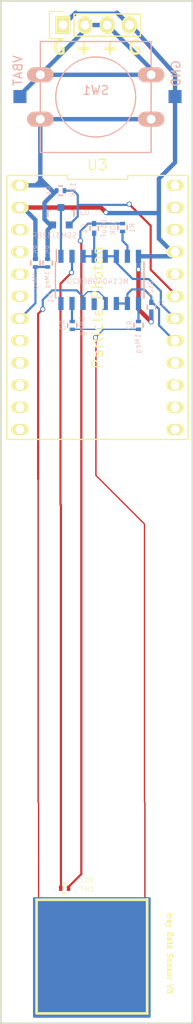
<source format=kicad_pcb>
(kicad_pcb (version 4) (host pcbnew 4.0.1-stable)

  (general
    (links 36)
    (no_connects 0)
    (area 123.470599 62.637599 145.566201 179.780001)
    (thickness 1.6)
    (drawings 25)
    (tracks 191)
    (zones 0)
    (modules 16)
    (nets 36)
  )

  (page A4)
  (layers
    (0 F.Cu signal)
    (1 In1.Cu signal)
    (2 In2.Cu signal)
    (31 B.Cu signal)
    (32 B.Adhes user)
    (33 F.Adhes user)
    (34 B.Paste user)
    (35 F.Paste user)
    (36 B.SilkS user)
    (37 F.SilkS user)
    (38 B.Mask user)
    (39 F.Mask user)
    (40 Dwgs.User user)
    (41 Cmts.User user)
    (42 Eco1.User user)
    (43 Eco2.User user)
    (44 Edge.Cuts user)
    (45 Margin user)
    (46 B.CrtYd user)
    (47 F.CrtYd user)
    (48 B.Fab user)
    (49 F.Fab user)
  )

  (setup
    (last_trace_width 0.25)
    (trace_clearance 0.2)
    (zone_clearance 0.508)
    (zone_45_only yes)
    (trace_min 0.1524)
    (segment_width 0.2)
    (edge_width 0.15)
    (via_size 0.6)
    (via_drill 0.4)
    (via_min_size 0.4)
    (via_min_drill 0.3)
    (uvia_size 0.3)
    (uvia_drill 0.1)
    (uvias_allowed no)
    (uvia_min_size 0.2)
    (uvia_min_drill 0.1)
    (pcb_text_width 0.3)
    (pcb_text_size 1.5 1.5)
    (mod_edge_width 0.15)
    (mod_text_size 0.254 0.254)
    (mod_text_width 0.05)
    (pad_size 1.524 1.524)
    (pad_drill 0.762)
    (pad_to_mask_clearance 0.2)
    (aux_axis_origin 0 0)
    (visible_elements 7FFFFFFF)
    (pcbplotparams
      (layerselection 0x010f0_80000001)
      (usegerberextensions true)
      (excludeedgelayer true)
      (linewidth 0.100000)
      (plotframeref false)
      (viasonmask false)
      (mode 1)
      (useauxorigin false)
      (hpglpennumber 1)
      (hpglpenspeed 20)
      (hpglpendiameter 15)
      (hpglpenoverlay 2)
      (psnegative false)
      (psa4output false)
      (plotreference true)
      (plotvalue true)
      (plotinvisibletext false)
      (padsonsilk false)
      (subtractmaskfromsilk false)
      (outputformat 1)
      (mirror false)
      (drillshape 0)
      (scaleselection 1)
      (outputdirectory C:/Users/rch0012/Dropbox/haybale/haybale_v3/v3_gerbers/))
  )

  (net 0 "")
  (net 1 "Net-(C1-Pad1)")
  (net 2 "Net-(C1-Pad2)")
  (net 3 VDD)
  (net 4 GND)
  (net 5 "Net-(R1-Pad1)")
  (net 6 "Net-(TH1-Pad1)")
  (net 7 "Net-(U1-Pad13)")
  (net 8 "Net-(U1-Pad16)")
  (net 9 "Net-(R2-Pad1)")
  (net 10 "Net-(R3-Pad1)")
  (net 11 /Cap2)
  (net 12 /Cap1)
  (net 13 "Net-(U1-Pad1)")
  (net 14 "Net-(P2-Pad1)")
  (net 15 "Net-(U3-Pad24)")
  (net 16 "Net-(U3-Pad23)")
  (net 17 "Net-(U3-Pad22)")
  (net 18 "Net-(U3-Pad3)")
  (net 19 "Net-(U3-Pad4)")
  (net 20 "Net-(U3-Pad20)")
  (net 21 "Net-(U3-Pad5)")
  (net 22 "Net-(U3-Pad6)")
  (net 23 "Net-(U3-Pad8)")
  (net 24 "Net-(U3-Pad16)")
  (net 25 "Net-(U3-Pad9)")
  (net 26 "Net-(U3-Pad10)")
  (net 27 "Net-(U3-Pad11)")
  (net 28 "Net-(U3-Pad12)")
  (net 29 "Net-(R4-Pad1)")
  (net 30 "Net-(U1-Pad5)")
  (net 31 "Net-(U3-Pad15)")
  (net 32 "Net-(U3-Pad14)")
  (net 33 "Net-(U3-Pad13)")
  (net 34 "Net-(C2-Pad2)")
  (net 35 "Net-(R5-Pad1)")

  (net_class Default "This is the default net class."
    (clearance 0.2)
    (trace_width 0.25)
    (via_dia 0.6)
    (via_drill 0.4)
    (uvia_dia 0.3)
    (uvia_drill 0.1)
    (add_net "Net-(C1-Pad1)")
    (add_net "Net-(C1-Pad2)")
    (add_net "Net-(C2-Pad2)")
    (add_net "Net-(R1-Pad1)")
    (add_net "Net-(R2-Pad1)")
    (add_net "Net-(R3-Pad1)")
    (add_net "Net-(R4-Pad1)")
    (add_net "Net-(R5-Pad1)")
    (add_net "Net-(TH1-Pad1)")
    (add_net "Net-(U1-Pad1)")
    (add_net "Net-(U1-Pad13)")
    (add_net "Net-(U1-Pad16)")
    (add_net "Net-(U1-Pad5)")
    (add_net "Net-(U3-Pad10)")
    (add_net "Net-(U3-Pad11)")
    (add_net "Net-(U3-Pad12)")
    (add_net "Net-(U3-Pad13)")
    (add_net "Net-(U3-Pad14)")
    (add_net "Net-(U3-Pad15)")
    (add_net "Net-(U3-Pad16)")
    (add_net "Net-(U3-Pad20)")
    (add_net "Net-(U3-Pad22)")
    (add_net "Net-(U3-Pad23)")
    (add_net "Net-(U3-Pad24)")
    (add_net "Net-(U3-Pad3)")
    (add_net "Net-(U3-Pad4)")
    (add_net "Net-(U3-Pad5)")
    (add_net "Net-(U3-Pad6)")
    (add_net "Net-(U3-Pad8)")
    (add_net "Net-(U3-Pad9)")
  )

  (net_class cap ""
    (clearance 0.2)
    (trace_width 0.1524)
    (via_dia 0.6)
    (via_drill 0.4)
    (uvia_dia 0.3)
    (uvia_drill 0.1)
    (add_net /Cap1)
    (add_net /Cap2)
  )

  (net_class power ""
    (clearance 0.2)
    (trace_width 0.5)
    (via_dia 0.6)
    (via_drill 0.4)
    (uvia_dia 0.3)
    (uvia_drill 0.1)
    (add_net GND)
    (add_net "Net-(P2-Pad1)")
    (add_net VDD)
  )

  (module Buttons_Switches_ThroughHole:SW_PUSH-12mm (layer B.Cu) (tedit 57F2B175) (tstamp 57E19D5E)
    (at 134.4168 73.7108 180)
    (path /57E1BF97)
    (fp_text reference SW1 (at 0 0.762 180) (layer B.SilkS)
      (effects (font (size 1 1) (thickness 0.15)) (justify mirror))
    )
    (fp_text value SPST (at 0 -1.016 180) (layer B.Fab)
      (effects (font (size 1 1) (thickness 0.15)) (justify mirror))
    )
    (fp_circle (center 0 0) (end 3.81 -2.54) (layer B.SilkS) (width 0.15))
    (fp_line (start -6.35 6.35) (end 6.35 6.35) (layer B.SilkS) (width 0.15))
    (fp_line (start 6.35 6.35) (end 6.35 -6.35) (layer B.SilkS) (width 0.15))
    (fp_line (start 6.35 -6.35) (end -6.35 -6.35) (layer B.SilkS) (width 0.15))
    (fp_line (start -6.35 -6.35) (end -6.35 6.35) (layer B.SilkS) (width 0.15))
    (pad 1 thru_hole oval (at 6.35 2.54 180) (size 3.048 1.7272) (drill 1.016) (layers *.Cu *.Mask B.SilkS)
      (net 14 "Net-(P2-Pad1)"))
    (pad 2 thru_hole oval (at 6.35 -2.54 180) (size 3.048 1.7272) (drill 1.016) (layers *.Cu *.Mask B.SilkS)
      (net 3 VDD))
    (pad 1 thru_hole oval (at -6.35 2.54 180) (size 3.048 1.7272) (drill 1.016) (layers *.Cu *.Mask B.SilkS)
      (net 14 "Net-(P2-Pad1)"))
    (pad 2 thru_hole oval (at -6.35 -2.54 180) (size 3.048 1.7272) (drill 1.016) (layers *.Cu *.Mask B.SilkS)
      (net 3 VDD))
    (model Buttons_Switches_ThroughHole.3dshapes/SW_PUSH-12mm.wrl
      (at (xyz 0 0 0))
      (scale (xyz 4 4 4))
      (rotate (xyz 0 0 0))
    )
  )

  (module Capacitors_SMD:C_0402 (layer B.Cu) (tedit 579104C2) (tstamp 578FC9FB)
    (at 134.239 88.7476 90)
    (descr "Capacitor SMD 0402, reflow soldering, AVX (see smccp.pdf)")
    (tags "capacitor 0402")
    (path /57680C98)
    (attr smd)
    (fp_text reference C1 (at -0.02594 -1.13248 90) (layer B.SilkS)
      (effects (font (size 0.6 0.6) (thickness 0.05)) (justify mirror))
    )
    (fp_text value .01uF (at 0.10106 1.08494 90) (layer B.SilkS)
      (effects (font (size 0.6 0.6) (thickness 0.05)) (justify mirror))
    )
    (fp_line (start -1.15 0.6) (end 1.15 0.6) (layer B.CrtYd) (width 0.05))
    (fp_line (start -1.15 -0.6) (end 1.15 -0.6) (layer B.CrtYd) (width 0.05))
    (fp_line (start -1.15 0.6) (end -1.15 -0.6) (layer B.CrtYd) (width 0.05))
    (fp_line (start 1.15 0.6) (end 1.15 -0.6) (layer B.CrtYd) (width 0.05))
    (fp_line (start 0.25 0.475) (end -0.25 0.475) (layer B.SilkS) (width 0.15))
    (fp_line (start -0.25 -0.475) (end 0.25 -0.475) (layer B.SilkS) (width 0.15))
    (pad 1 smd rect (at -0.55 0 90) (size 0.6 0.5) (layers B.Cu B.Paste B.Mask)
      (net 1 "Net-(C1-Pad1)"))
    (pad 2 smd rect (at 0.55 0 90) (size 0.6 0.5) (layers B.Cu B.Paste B.Mask)
      (net 2 "Net-(C1-Pad2)"))
    (model Capacitors_SMD.3dshapes/C_0402.wrl
      (at (xyz 0 0 0))
      (scale (xyz 1 1 1))
      (rotate (xyz 0 0 0))
    )
  )

  (module Resistors_SMD:R_0402 (layer B.Cu) (tedit 579104C8) (tstamp 578FCA2E)
    (at 137.4902 88.646 90)
    (descr "Resistor SMD 0402, reflow soldering, Vishay (see dcrcw.pdf)")
    (tags "resistor 0402")
    (path /57680AF4)
    (attr smd)
    (fp_text reference R1 (at -0.06022 1.1097 90) (layer B.SilkS)
      (effects (font (size 0.6 0.6) (thickness 0.05)) (justify mirror))
    )
    (fp_text value 10K (at -0.03736 -1.09502 90) (layer B.SilkS)
      (effects (font (size 0.6 0.6) (thickness 0.05)) (justify mirror))
    )
    (fp_line (start -0.95 0.65) (end 0.95 0.65) (layer B.CrtYd) (width 0.05))
    (fp_line (start -0.95 -0.65) (end 0.95 -0.65) (layer B.CrtYd) (width 0.05))
    (fp_line (start -0.95 0.65) (end -0.95 -0.65) (layer B.CrtYd) (width 0.05))
    (fp_line (start 0.95 0.65) (end 0.95 -0.65) (layer B.CrtYd) (width 0.05))
    (fp_line (start 0.25 0.525) (end -0.25 0.525) (layer B.SilkS) (width 0.15))
    (fp_line (start -0.25 -0.525) (end 0.25 -0.525) (layer B.SilkS) (width 0.15))
    (pad 1 smd rect (at -0.45 0 90) (size 0.4 0.6) (layers B.Cu B.Paste B.Mask)
      (net 5 "Net-(R1-Pad1)"))
    (pad 2 smd rect (at 0.45 0 90) (size 0.4 0.6) (layers B.Cu B.Paste B.Mask)
      (net 2 "Net-(C1-Pad2)"))
    (model Resistors_SMD.3dshapes/R_0402.wrl
      (at (xyz 0 0 0))
      (scale (xyz 1 1 1))
      (rotate (xyz 0 0 0))
    )
  )

  (module Resistors_SMD:R_0402 (layer F.Cu) (tedit 57E1A1E4) (tstamp 578FCA3A)
    (at 130.8608 164.2618)
    (descr "Resistor SMD 0402, reflow soldering, Vishay (see dcrcw.pdf)")
    (tags "resistor 0402")
    (path /57680BD3)
    (attr smd)
    (fp_text reference TH1 (at 2.58 0.09) (layer F.SilkS)
      (effects (font (size 0.6 0.6) (thickness 0.05)))
    )
    (fp_text value 10K (at 2.5654 -0.9398) (layer F.SilkS)
      (effects (font (size 0.6 0.6) (thickness 0.05)))
    )
    (fp_line (start -0.95 -0.65) (end 0.95 -0.65) (layer F.CrtYd) (width 0.05))
    (fp_line (start -0.95 0.65) (end 0.95 0.65) (layer F.CrtYd) (width 0.05))
    (fp_line (start -0.95 -0.65) (end -0.95 0.65) (layer F.CrtYd) (width 0.05))
    (fp_line (start 0.95 -0.65) (end 0.95 0.65) (layer F.CrtYd) (width 0.05))
    (fp_line (start 0.25 -0.525) (end -0.25 -0.525) (layer F.SilkS) (width 0.15))
    (fp_line (start -0.25 0.525) (end 0.25 0.525) (layer F.SilkS) (width 0.15))
    (pad 1 smd rect (at -0.45 0) (size 0.4 0.6) (layers F.Cu F.Paste F.Mask)
      (net 6 "Net-(TH1-Pad1)"))
    (pad 2 smd rect (at 0.45 0) (size 0.4 0.6) (layers F.Cu F.Paste F.Mask)
      (net 2 "Net-(C1-Pad2)"))
    (model Resistors_SMD.3dshapes/R_0402.wrl
      (at (xyz 0 0 0))
      (scale (xyz 1 1 1))
      (rotate (xyz 0 0 0))
    )
  )

  (module Housings_SOIC:SOIC-16_3.9x9.9mm_Pitch1.27mm (layer B.Cu) (tedit 5792410E) (tstamp 578FCA59)
    (at 134.874 94.6404 270)
    (descr "16-Lead Plastic Small Outline (SL) - Narrow, 3.90 mm Body [SOIC] (see Microchip Packaging Specification 00000049BS.pdf)")
    (tags "SOIC 1.27")
    (path /576815FB)
    (attr smd)
    (fp_text reference U1 (at 2.0778 5.659 270) (layer B.SilkS)
      (effects (font (size 0.6 0.6) (thickness 0.05)) (justify mirror))
    )
    (fp_text value MC14049BDR2G (at 0.17 0.22 360) (layer B.SilkS)
      (effects (font (size 0.6 0.6) (thickness 0.05)) (justify mirror))
    )
    (fp_line (start -3.7 5.25) (end -3.7 -5.25) (layer B.CrtYd) (width 0.05))
    (fp_line (start 3.7 5.25) (end 3.7 -5.25) (layer B.CrtYd) (width 0.05))
    (fp_line (start -3.7 5.25) (end 3.7 5.25) (layer B.CrtYd) (width 0.05))
    (fp_line (start -3.7 -5.25) (end 3.7 -5.25) (layer B.CrtYd) (width 0.05))
    (fp_line (start -2.075 5.075) (end -2.075 4.97) (layer B.SilkS) (width 0.15))
    (fp_line (start 2.075 5.075) (end 2.075 4.97) (layer B.SilkS) (width 0.15))
    (fp_line (start 2.075 -5.075) (end 2.075 -4.97) (layer B.SilkS) (width 0.15))
    (fp_line (start -2.075 -5.075) (end -2.075 -4.97) (layer B.SilkS) (width 0.15))
    (fp_line (start -2.075 5.075) (end 2.075 5.075) (layer B.SilkS) (width 0.15))
    (fp_line (start -2.075 -5.075) (end 2.075 -5.075) (layer B.SilkS) (width 0.15))
    (fp_line (start -2.075 4.97) (end -3.45 4.97) (layer B.SilkS) (width 0.15))
    (pad 1 smd rect (at -2.7 4.445 270) (size 1.5 0.6) (layers B.Cu B.Paste B.Mask)
      (net 13 "Net-(U1-Pad1)"))
    (pad 2 smd rect (at -2.7 3.175 270) (size 1.5 0.6) (layers B.Cu B.Paste B.Mask)
      (net 6 "Net-(TH1-Pad1)"))
    (pad 3 smd rect (at -2.7 1.905 270) (size 1.5 0.6) (layers B.Cu B.Paste B.Mask)
      (net 1 "Net-(C1-Pad1)"))
    (pad 4 smd rect (at -2.7 0.635 270) (size 1.5 0.6) (layers B.Cu B.Paste B.Mask)
      (net 1 "Net-(C1-Pad1)"))
    (pad 5 smd rect (at -2.7 -0.635 270) (size 1.5 0.6) (layers B.Cu B.Paste B.Mask)
      (net 30 "Net-(U1-Pad5)"))
    (pad 6 smd rect (at -2.7 -1.905 270) (size 1.5 0.6) (layers B.Cu B.Paste B.Mask)
      (net 30 "Net-(U1-Pad5)"))
    (pad 7 smd rect (at -2.7 -3.175 270) (size 1.5 0.6) (layers B.Cu B.Paste B.Mask)
      (net 5 "Net-(R1-Pad1)"))
    (pad 8 smd rect (at -2.7 -4.445 270) (size 1.5 0.6) (layers B.Cu B.Paste B.Mask)
      (net 4 GND))
    (pad 9 smd rect (at 2.7 -4.445 270) (size 1.5 0.6) (layers B.Cu B.Paste B.Mask)
      (net 9 "Net-(R2-Pad1)"))
    (pad 10 smd rect (at 2.7 -3.175 270) (size 1.5 0.6) (layers B.Cu B.Paste B.Mask)
      (net 34 "Net-(C2-Pad2)"))
    (pad 11 smd rect (at 2.7 -1.905 270) (size 1.5 0.6) (layers B.Cu B.Paste B.Mask)
      (net 34 "Net-(C2-Pad2)"))
    (pad 12 smd rect (at 2.7 -0.635 270) (size 1.5 0.6) (layers B.Cu B.Paste B.Mask)
      (net 12 /Cap1))
    (pad 13 smd rect (at 2.7 0.635 270) (size 1.5 0.6) (layers B.Cu B.Paste B.Mask)
      (net 7 "Net-(U1-Pad13)"))
    (pad 14 smd rect (at 2.7 1.905 270) (size 1.5 0.6) (layers B.Cu B.Paste B.Mask)
      (net 12 /Cap1))
    (pad 15 smd rect (at 2.7 3.175 270) (size 1.5 0.6) (layers B.Cu B.Paste B.Mask)
      (net 10 "Net-(R3-Pad1)"))
    (pad 16 smd rect (at 2.7 4.445 270) (size 1.5 0.6) (layers B.Cu B.Paste B.Mask)
      (net 8 "Net-(U1-Pad16)"))
    (model Housings_SOIC.3dshapes/SOIC-16_3.9x9.9mm_Pitch1.27mm.wrl
      (at (xyz 0 0 0))
      (scale (xyz 1 1 1))
      (rotate (xyz 0 0 0))
    )
  )

  (module Resistors_SMD:R_0402 (layer B.Cu) (tedit 57F2AF4C) (tstamp 578FE397)
    (at 139.319 99.8474 270)
    (descr "Resistor SMD 0402, reflow soldering, Vishay (see dcrcw.pdf)")
    (tags "resistor 0402")
    (path /578FDCAE)
    (attr smd)
    (fp_text reference R2 (at 0.01024 1.0077 270) (layer B.SilkS)
      (effects (font (size 0.6 0.6) (thickness 0.05)) (justify mirror))
    )
    (fp_text value 1Meg (at 2.0828 0.0762 270) (layer B.SilkS)
      (effects (font (size 0.6 0.6) (thickness 0.05)) (justify mirror))
    )
    (fp_line (start -0.95 0.65) (end 0.95 0.65) (layer B.CrtYd) (width 0.05))
    (fp_line (start -0.95 -0.65) (end 0.95 -0.65) (layer B.CrtYd) (width 0.05))
    (fp_line (start -0.95 0.65) (end -0.95 -0.65) (layer B.CrtYd) (width 0.05))
    (fp_line (start 0.95 0.65) (end 0.95 -0.65) (layer B.CrtYd) (width 0.05))
    (fp_line (start 0.25 0.525) (end -0.25 0.525) (layer B.SilkS) (width 0.15))
    (fp_line (start -0.25 -0.525) (end 0.25 -0.525) (layer B.SilkS) (width 0.15))
    (pad 1 smd rect (at -0.45 0 270) (size 0.4 0.6) (layers B.Cu B.Paste B.Mask)
      (net 9 "Net-(R2-Pad1)"))
    (pad 2 smd rect (at 0.45 0 270) (size 0.4 0.6) (layers B.Cu B.Paste B.Mask)
      (net 11 /Cap2))
    (model Resistors_SMD.3dshapes/R_0402.wrl
      (at (xyz 0 0 0))
      (scale (xyz 1 1 1))
      (rotate (xyz 0 0 0))
    )
  )

  (module Resistors_SMD:R_0402 (layer B.Cu) (tedit 579104DE) (tstamp 578FE3A3)
    (at 131.7244 99.8474 270)
    (descr "Resistor SMD 0402, reflow soldering, Vishay (see dcrcw.pdf)")
    (tags "resistor 0402")
    (path /578FDE91)
    (attr smd)
    (fp_text reference R3 (at -0.04564 1.08152 270) (layer B.SilkS)
      (effects (font (size 0.6 0.6) (thickness 0.05)) (justify mirror))
    )
    (fp_text value 1Meg (at 0.05596 -1.10034 270) (layer B.SilkS)
      (effects (font (size 0.6 0.6) (thickness 0.05)) (justify mirror))
    )
    (fp_line (start -0.95 0.65) (end 0.95 0.65) (layer B.CrtYd) (width 0.05))
    (fp_line (start -0.95 -0.65) (end 0.95 -0.65) (layer B.CrtYd) (width 0.05))
    (fp_line (start -0.95 0.65) (end -0.95 -0.65) (layer B.CrtYd) (width 0.05))
    (fp_line (start 0.95 0.65) (end 0.95 -0.65) (layer B.CrtYd) (width 0.05))
    (fp_line (start 0.25 0.525) (end -0.25 0.525) (layer B.SilkS) (width 0.15))
    (fp_line (start -0.25 -0.525) (end 0.25 -0.525) (layer B.SilkS) (width 0.15))
    (pad 1 smd rect (at -0.45 0 270) (size 0.4 0.6) (layers B.Cu B.Paste B.Mask)
      (net 10 "Net-(R3-Pad1)"))
    (pad 2 smd rect (at 0.45 0 270) (size 0.4 0.6) (layers B.Cu B.Paste B.Mask)
      (net 11 /Cap2))
    (model Resistors_SMD.3dshapes/R_0402.wrl
      (at (xyz 0 0 0))
      (scale (xyz 1 1 1))
      (rotate (xyz 0 0 0))
    )
  )

  (module Resistors_SMD:R_0402 (layer B.Cu) (tedit 579103E8) (tstamp 5791006C)
    (at 130.3782 84.4296 180)
    (descr "Resistor SMD 0402, reflow soldering, Vishay (see dcrcw.pdf)")
    (tags "resistor 0402")
    (path /579103C3)
    (attr smd)
    (fp_text reference R4 (at 1.30048 -0.02032 270) (layer B.SilkS)
      (effects (font (size 0.6 0.6) (thickness 0.05)) (justify mirror))
    )
    (fp_text value 10K (at -1.46304 0.1016 270) (layer B.SilkS)
      (effects (font (size 0.6 0.6) (thickness 0.05)) (justify mirror))
    )
    (fp_line (start -0.95 0.65) (end 0.95 0.65) (layer B.CrtYd) (width 0.05))
    (fp_line (start -0.95 -0.65) (end 0.95 -0.65) (layer B.CrtYd) (width 0.05))
    (fp_line (start -0.95 0.65) (end -0.95 -0.65) (layer B.CrtYd) (width 0.05))
    (fp_line (start 0.95 0.65) (end 0.95 -0.65) (layer B.CrtYd) (width 0.05))
    (fp_line (start 0.25 0.525) (end -0.25 0.525) (layer B.SilkS) (width 0.15))
    (fp_line (start -0.25 -0.525) (end 0.25 -0.525) (layer B.SilkS) (width 0.15))
    (pad 1 smd rect (at -0.45 0 180) (size 0.4 0.6) (layers B.Cu B.Paste B.Mask)
      (net 29 "Net-(R4-Pad1)"))
    (pad 2 smd rect (at 0.45 0 180) (size 0.4 0.6) (layers B.Cu B.Paste B.Mask)
      (net 3 VDD))
    (model Resistors_SMD.3dshapes/R_0402.wrl
      (at (xyz 0 0 0))
      (scale (xyz 1 1 1))
      (rotate (xyz 0 0 0))
    )
  )

  (module TO_SOT_Packages_SMD:SOT-23 (layer B.Cu) (tedit 57F2C003) (tstamp 57910073)
    (at 130.429 87.3506 180)
    (descr "SOT-23, Standard")
    (tags SOT-23)
    (path /579101BF)
    (attr smd)
    (fp_text reference U2 (at -2.6924 0.4318 180) (layer B.SilkS)
      (effects (font (size 0.6 0.6) (thickness 0.05)) (justify mirror))
    )
    (fp_text value SSM3J328R (at 0.7366 -2.2098 360) (layer B.SilkS)
      (effects (font (size 0.6 0.6) (thickness 0.05)) (justify mirror))
    )
    (fp_line (start -1.65 1.6) (end 1.65 1.6) (layer B.CrtYd) (width 0.05))
    (fp_line (start 1.65 1.6) (end 1.65 -1.6) (layer B.CrtYd) (width 0.05))
    (fp_line (start 1.65 -1.6) (end -1.65 -1.6) (layer B.CrtYd) (width 0.05))
    (fp_line (start -1.65 -1.6) (end -1.65 1.6) (layer B.CrtYd) (width 0.05))
    (fp_line (start 1.29916 0.65024) (end 1.2509 0.65024) (layer B.SilkS) (width 0.15))
    (fp_line (start -1.49982 -0.0508) (end -1.49982 0.65024) (layer B.SilkS) (width 0.15))
    (fp_line (start -1.49982 0.65024) (end -1.2509 0.65024) (layer B.SilkS) (width 0.15))
    (fp_line (start 1.29916 0.65024) (end 1.49982 0.65024) (layer B.SilkS) (width 0.15))
    (fp_line (start 1.49982 0.65024) (end 1.49982 -0.0508) (layer B.SilkS) (width 0.15))
    (pad 1 smd rect (at -0.95 -1.00076 180) (size 0.8001 0.8001) (layers B.Cu B.Paste B.Mask)
      (net 29 "Net-(R4-Pad1)"))
    (pad 2 smd rect (at 0.95 -1.00076 180) (size 0.8001 0.8001) (layers B.Cu B.Paste B.Mask)
      (net 3 VDD))
    (pad 3 smd rect (at 0 0.99822 180) (size 0.8001 0.8001) (layers B.Cu B.Paste B.Mask)
      (net 13 "Net-(U1-Pad1)"))
    (model TO_SOT_Packages_SMD.3dshapes/SOT-23.wrl
      (at (xyz 0 0 0))
      (scale (xyz 1 1 1))
      (rotate (xyz 0 0 0))
    )
  )

  (module Pin_Headers:Pin_Header_Straight_1x04 (layer F.Cu) (tedit 57F2B2CE) (tstamp 57E2B42A)
    (at 130.6576 65.4812 90)
    (descr "Through hole pin header")
    (tags "pin header")
    (path /57E2BA98)
    (fp_text reference P5 (at 0.0762 0.127 90) (layer F.Fab)
      (effects (font (size 1 1) (thickness 0.15)))
    )
    (fp_text value CONN_01X04 (at 0.9398 -4.3688 180) (layer F.Fab)
      (effects (font (size 0.508 0.508) (thickness 0.127)))
    )
    (fp_line (start -1.75 -1.75) (end -1.75 9.4) (layer F.CrtYd) (width 0.05))
    (fp_line (start 1.75 -1.75) (end 1.75 9.4) (layer F.CrtYd) (width 0.05))
    (fp_line (start -1.75 -1.75) (end 1.75 -1.75) (layer F.CrtYd) (width 0.05))
    (fp_line (start -1.75 9.4) (end 1.75 9.4) (layer F.CrtYd) (width 0.05))
    (fp_line (start -1.27 1.27) (end -1.27 8.89) (layer F.SilkS) (width 0.15))
    (fp_line (start 1.27 1.27) (end 1.27 8.89) (layer F.SilkS) (width 0.15))
    (fp_line (start 1.55 -1.55) (end 1.55 0) (layer F.SilkS) (width 0.15))
    (fp_line (start -1.27 8.89) (end 1.27 8.89) (layer F.SilkS) (width 0.15))
    (fp_line (start 1.27 1.27) (end -1.27 1.27) (layer F.SilkS) (width 0.15))
    (fp_line (start -1.55 0) (end -1.55 -1.55) (layer F.SilkS) (width 0.15))
    (fp_line (start -1.55 -1.55) (end 1.55 -1.55) (layer F.SilkS) (width 0.15))
    (pad 1 thru_hole rect (at 0 0 90) (size 2.032 1.7272) (drill 1.016) (layers *.Cu *.Mask F.SilkS)
      (net 4 GND))
    (pad 2 thru_hole oval (at 0 2.54 90) (size 2.032 1.7272) (drill 1.016) (layers *.Cu *.Mask F.SilkS)
      (net 14 "Net-(P2-Pad1)"))
    (pad 3 thru_hole oval (at 0 5.08 90) (size 2.032 1.7272) (drill 1.016) (layers *.Cu *.Mask F.SilkS)
      (net 14 "Net-(P2-Pad1)"))
    (pad 4 thru_hole oval (at 0 7.62 90) (size 2.032 1.7272) (drill 1.016) (layers *.Cu *.Mask F.SilkS)
      (net 4 GND))
    (model Pin_Headers.3dshapes/Pin_Header_Straight_1x04.wrl
      (at (xyz 0 -0.15 0))
      (scale (xyz 1 1 1))
      (rotate (xyz 0 0 90))
    )
  )

  (module Capacitors_SMD:C_0402 (layer B.Cu) (tedit 57F2C023) (tstamp 57F2AC3B)
    (at 140.7922 97.7646 90)
    (descr "Capacitor SMD 0402, reflow soldering, AVX (see smccp.pdf)")
    (tags "capacitor 0402")
    (path /57F2D133)
    (attr smd)
    (fp_text reference C2 (at 0.381 1.143 90) (layer B.SilkS)
      (effects (font (size 0.508 0.508) (thickness 0.0508)) (justify mirror))
    )
    (fp_text value .01uF (at 2.2098 -0.0254 90) (layer B.SilkS)
      (effects (font (size 0.508 0.508) (thickness 0.0508)) (justify mirror))
    )
    (fp_line (start -0.5 -0.25) (end -0.5 0.25) (layer B.Fab) (width 0.15))
    (fp_line (start 0.5 -0.25) (end -0.5 -0.25) (layer B.Fab) (width 0.15))
    (fp_line (start 0.5 0.25) (end 0.5 -0.25) (layer B.Fab) (width 0.15))
    (fp_line (start -0.5 0.25) (end 0.5 0.25) (layer B.Fab) (width 0.15))
    (fp_line (start -1.15 0.6) (end 1.15 0.6) (layer B.CrtYd) (width 0.05))
    (fp_line (start -1.15 -0.6) (end 1.15 -0.6) (layer B.CrtYd) (width 0.05))
    (fp_line (start -1.15 0.6) (end -1.15 -0.6) (layer B.CrtYd) (width 0.05))
    (fp_line (start 1.15 0.6) (end 1.15 -0.6) (layer B.CrtYd) (width 0.05))
    (fp_line (start 0.25 0.475) (end -0.25 0.475) (layer B.SilkS) (width 0.15))
    (fp_line (start -0.25 -0.475) (end 0.25 -0.475) (layer B.SilkS) (width 0.15))
    (pad 1 smd rect (at -0.55 0 90) (size 0.6 0.5) (layers B.Cu B.Paste B.Mask)
      (net 4 GND))
    (pad 2 smd rect (at 0.55 0 90) (size 0.6 0.5) (layers B.Cu B.Paste B.Mask)
      (net 34 "Net-(C2-Pad2)"))
    (model Capacitors_SMD.3dshapes/C_0402.wrl
      (at (xyz 0 0 0))
      (scale (xyz 1 1 1))
      (rotate (xyz 0 0 0))
    )
  )

  (module Resistors_SMD:R_0402 (layer B.Cu) (tedit 57F2C070) (tstamp 57F2AC41)
    (at 128.905 92.71 90)
    (descr "Resistor SMD 0402, reflow soldering, Vishay (see dcrcw.pdf)")
    (tags "resistor 0402")
    (path /57F2BCEC)
    (attr smd)
    (fp_text reference R5 (at 1.5494 0.0762 90) (layer B.SilkS)
      (effects (font (size 0.508 0.508) (thickness 0.0508)) (justify mirror))
    )
    (fp_text value 1Meg (at -1.9304 -0.0762 90) (layer B.SilkS)
      (effects (font (size 0.508 0.508) (thickness 0.0508)) (justify mirror))
    )
    (fp_line (start -0.95 0.65) (end 0.95 0.65) (layer B.CrtYd) (width 0.05))
    (fp_line (start -0.95 -0.65) (end 0.95 -0.65) (layer B.CrtYd) (width 0.05))
    (fp_line (start -0.95 0.65) (end -0.95 -0.65) (layer B.CrtYd) (width 0.05))
    (fp_line (start 0.95 0.65) (end 0.95 -0.65) (layer B.CrtYd) (width 0.05))
    (fp_line (start 0.25 0.525) (end -0.25 0.525) (layer B.SilkS) (width 0.15))
    (fp_line (start -0.25 -0.525) (end 0.25 -0.525) (layer B.SilkS) (width 0.15))
    (pad 1 smd rect (at -0.45 0 90) (size 0.4 0.6) (layers B.Cu B.Paste B.Mask)
      (net 35 "Net-(R5-Pad1)"))
    (pad 2 smd rect (at 0.45 0 90) (size 0.4 0.6) (layers B.Cu B.Paste B.Mask)
      (net 3 VDD))
    (model Resistors_SMD.3dshapes/R_0402.wrl
      (at (xyz 0 0 0))
      (scale (xyz 1 1 1))
      (rotate (xyz 0 0 0))
    )
  )

  (module Resistors_SMD:R_0402 (layer B.Cu) (tedit 57F2C075) (tstamp 57F2AC47)
    (at 127.508 92.71 90)
    (descr "Resistor SMD 0402, reflow soldering, Vishay (see dcrcw.pdf)")
    (tags "resistor 0402")
    (path /57F2C1FB)
    (attr smd)
    (fp_text reference R6 (at 1.5748 0.0508 90) (layer B.SilkS)
      (effects (font (size 0.508 0.508) (thickness 0.0508)) (justify mirror))
    )
    (fp_text value 1Meg (at -2.032 -0.0762 90) (layer B.SilkS)
      (effects (font (size 0.508 0.508) (thickness 0.0508)) (justify mirror))
    )
    (fp_line (start -0.95 0.65) (end 0.95 0.65) (layer B.CrtYd) (width 0.05))
    (fp_line (start -0.95 -0.65) (end 0.95 -0.65) (layer B.CrtYd) (width 0.05))
    (fp_line (start -0.95 0.65) (end -0.95 -0.65) (layer B.CrtYd) (width 0.05))
    (fp_line (start 0.95 0.65) (end 0.95 -0.65) (layer B.CrtYd) (width 0.05))
    (fp_line (start 0.25 0.525) (end -0.25 0.525) (layer B.SilkS) (width 0.15))
    (fp_line (start -0.25 -0.525) (end 0.25 -0.525) (layer B.SilkS) (width 0.15))
    (pad 1 smd rect (at -0.45 0 90) (size 0.4 0.6) (layers B.Cu B.Paste B.Mask)
      (net 35 "Net-(R5-Pad1)"))
    (pad 2 smd rect (at 0.45 0 90) (size 0.4 0.6) (layers B.Cu B.Paste B.Mask)
      (net 4 GND))
    (model Resistors_SMD.3dshapes/R_0402.wrl
      (at (xyz 0 0 0))
      (scale (xyz 1 1 1))
      (rotate (xyz 0 0 0))
    )
  )

  (module "kicad footprints:Particle-Photon" (layer F.Cu) (tedit 57F2A788) (tstamp 57F2AEE2)
    (at 134.62 97.79 270)
    (path /57E19034)
    (fp_text reference U3 (at -16.305 0 360) (layer F.SilkS)
      (effects (font (size 1.2 1.2) (thickness 0.15)))
    )
    (fp_text value Particle_Photon (at 0 0 270) (layer F.SilkS)
      (effects (font (size 1.2 1.2) (thickness 0.15)))
    )
    (fp_line (start -15.105 10.39) (end 15.105 10.39) (layer F.SilkS) (width 0.15))
    (fp_line (start 15.105 10.39) (end 15.105 -10.39) (layer F.SilkS) (width 0.15))
    (fp_line (start 15.105 -10.39) (end -15.105 -10.39) (layer F.SilkS) (width 0.15))
    (fp_line (start -15.105 -10.39) (end -15.105 -3.463333) (layer F.SilkS) (width 0.15))
    (fp_line (start -15.105 -3.463333) (end -14.655 -3.463333) (layer F.SilkS) (width 0.15))
    (fp_line (start -14.655 -3.463333) (end -14.655 3.463333) (layer F.SilkS) (width 0.15))
    (fp_line (start -14.655 3.463333) (end -15.105 3.463333) (layer F.SilkS) (width 0.15))
    (fp_line (start -15.105 3.463333) (end -15.105 10.39) (layer F.SilkS) (width 0.15))
    (pad 24 thru_hole oval (at -13.97 -8.89 270) (size 1.27 2) (drill 1.016) (layers *.Cu *.Mask F.SilkS)
      (net 15 "Net-(U3-Pad24)"))
    (pad 1 thru_hole oval (at -13.97 8.89 270) (size 1.27 2) (drill 1.016) (layers *.Cu *.Mask F.SilkS)
      (net 3 VDD))
    (pad 23 thru_hole oval (at -11.43 -8.89 270) (size 1.27 2) (drill 1.016) (layers *.Cu *.Mask F.SilkS)
      (net 16 "Net-(U3-Pad23)"))
    (pad 2 thru_hole oval (at -11.43 8.89 270) (size 1.27 2) (drill 1.016) (layers *.Cu *.Mask F.SilkS)
      (net 4 GND))
    (pad 22 thru_hole oval (at -8.89 -8.89 270) (size 1.27 2) (drill 1.016) (layers *.Cu *.Mask F.SilkS)
      (net 17 "Net-(U3-Pad22)"))
    (pad 3 thru_hole oval (at -8.89 8.89 270) (size 1.27 2) (drill 1.016) (layers *.Cu *.Mask F.SilkS)
      (net 18 "Net-(U3-Pad3)"))
    (pad 21 thru_hole oval (at -6.35 -8.89 270) (size 1.27 2) (drill 1.016) (layers *.Cu *.Mask F.SilkS)
      (net 4 GND))
    (pad 4 thru_hole oval (at -6.35 8.89 270) (size 1.27 2) (drill 1.016) (layers *.Cu *.Mask F.SilkS)
      (net 19 "Net-(U3-Pad4)"))
    (pad 20 thru_hole oval (at -3.81 -8.89 270) (size 1.27 2) (drill 1.016) (layers *.Cu *.Mask F.SilkS)
      (net 20 "Net-(U3-Pad20)"))
    (pad 5 thru_hole oval (at -3.81 8.89 270) (size 1.27 2) (drill 1.016) (layers *.Cu *.Mask F.SilkS)
      (net 21 "Net-(U3-Pad5)"))
    (pad 19 thru_hole oval (at -1.27 -8.89 270) (size 1.27 2) (drill 1.016) (layers *.Cu *.Mask F.SilkS)
      (net 29 "Net-(R4-Pad1)"))
    (pad 6 thru_hole oval (at -1.27 8.89 270) (size 1.27 2) (drill 1.016) (layers *.Cu *.Mask F.SilkS)
      (net 22 "Net-(U3-Pad6)"))
    (pad 18 thru_hole oval (at 1.27 -8.89 270) (size 1.27 2) (drill 1.016) (layers *.Cu *.Mask F.SilkS)
      (net 30 "Net-(U1-Pad5)"))
    (pad 7 thru_hole oval (at 1.27 8.89 270) (size 1.27 2) (drill 1.016) (layers *.Cu *.Mask F.SilkS)
      (net 35 "Net-(R5-Pad1)"))
    (pad 17 thru_hole oval (at 3.81 -8.89 270) (size 1.27 2) (drill 1.016) (layers *.Cu *.Mask F.SilkS)
      (net 34 "Net-(C2-Pad2)"))
    (pad 8 thru_hole oval (at 3.81 8.89 270) (size 1.27 2) (drill 1.016) (layers *.Cu *.Mask F.SilkS)
      (net 23 "Net-(U3-Pad8)"))
    (pad 16 thru_hole oval (at 6.35 -8.89 270) (size 1.27 2) (drill 1.016) (layers *.Cu *.Mask F.SilkS)
      (net 24 "Net-(U3-Pad16)"))
    (pad 9 thru_hole oval (at 6.35 8.89 270) (size 1.27 2) (drill 1.016) (layers *.Cu *.Mask F.SilkS)
      (net 25 "Net-(U3-Pad9)"))
    (pad 15 thru_hole oval (at 8.89 -8.89 270) (size 1.27 2) (drill 1.016) (layers *.Cu *.Mask F.SilkS)
      (net 31 "Net-(U3-Pad15)"))
    (pad 10 thru_hole oval (at 8.89 8.89 270) (size 1.27 2) (drill 1.016) (layers *.Cu *.Mask F.SilkS)
      (net 26 "Net-(U3-Pad10)"))
    (pad 14 thru_hole oval (at 11.43 -8.89 270) (size 1.27 2) (drill 1.016) (layers *.Cu *.Mask F.SilkS)
      (net 32 "Net-(U3-Pad14)"))
    (pad 11 thru_hole oval (at 11.43 8.89 270) (size 1.27 2) (drill 1.016) (layers *.Cu *.Mask F.SilkS)
      (net 27 "Net-(U3-Pad11)"))
    (pad 13 thru_hole oval (at 13.97 -8.89 270) (size 1.27 2) (drill 1.016) (layers *.Cu *.Mask F.SilkS)
      (net 33 "Net-(U3-Pad13)"))
    (pad 12 thru_hole oval (at 13.97 8.89 270) (size 1.27 2) (drill 1.016) (layers *.Cu *.Mask F.SilkS)
      (net 28 "Net-(U3-Pad12)"))
  )

  (module Measurement_Points:Measurement_Point_Square-SMD-Pad_Small (layer B.Cu) (tedit 57F2BFE8) (tstamp 57F2AFBD)
    (at 125.73 73.66)
    (descr "Mesurement Point, Square, SMD Pad,  1.5mm x 1.5mm,")
    (tags "Mesurement Point Square SMD Pad 1.5x1.5mm")
    (path /57682706)
    (attr virtual)
    (fp_text reference P2 (at -0.4064 1.7018) (layer B.Fab)
      (effects (font (size 1 1) (thickness 0.15)) (justify mirror))
    )
    (fp_text value VBAT (at -0.2286 -2.9718 90) (layer B.SilkS)
      (effects (font (size 1 1) (thickness 0.15)) (justify mirror))
    )
    (fp_line (start -1 1) (end 1 1) (layer B.CrtYd) (width 0.05))
    (fp_line (start 1 1) (end 1 -1) (layer B.CrtYd) (width 0.05))
    (fp_line (start 1 -1) (end -1 -1) (layer B.CrtYd) (width 0.05))
    (fp_line (start -1 -1) (end -1 1) (layer B.CrtYd) (width 0.05))
    (pad 1 smd rect (at 0 0) (size 1.5 1.5) (layers B.Cu B.Mask)
      (net 14 "Net-(P2-Pad1)"))
  )

  (module Measurement_Points:Measurement_Point_Square-SMD-Pad_Small (layer B.Cu) (tedit 57F2BFEE) (tstamp 57F2AFC1)
    (at 143.51 73.66)
    (descr "Mesurement Point, Square, SMD Pad,  1.5mm x 1.5mm,")
    (tags "Mesurement Point Square SMD Pad 1.5x1.5mm")
    (path /5768281A)
    (attr virtual)
    (fp_text reference P3 (at 0.4318 1.778) (layer B.Fab)
      (effects (font (size 1 1) (thickness 0.15)) (justify mirror))
    )
    (fp_text value GND (at 0.1016 -2.6416 90) (layer B.SilkS)
      (effects (font (size 1 1) (thickness 0.15)) (justify mirror))
    )
    (fp_line (start -1 1) (end 1 1) (layer B.CrtYd) (width 0.05))
    (fp_line (start 1 1) (end 1 -1) (layer B.CrtYd) (width 0.05))
    (fp_line (start 1 -1) (end -1 -1) (layer B.CrtYd) (width 0.05))
    (fp_line (start -1 -1) (end -1 1) (layer B.CrtYd) (width 0.05))
    (pad 1 smd rect (at 0 0) (size 1.5 1.5) (layers B.Cu B.Mask)
      (net 4 GND))
  )

  (gr_line (start 123.5456 179.705) (end 123.5456 62.7126) (angle 90) (layer Edge.Cuts) (width 0.15))
  (gr_line (start 145.4912 179.705) (end 123.5456 179.705) (angle 90) (layer Edge.Cuts) (width 0.15))
  (gr_line (start 145.4912 62.7126) (end 145.4912 179.705) (angle 90) (layer Edge.Cuts) (width 0.15))
  (gr_line (start 123.5456 62.7126) (end 145.4912 62.7126) (angle 90) (layer Edge.Cuts) (width 0.15))
  (gr_line (start 123.5456 62.7126) (end 123.6218 62.7126) (angle 90) (layer F.SilkS) (width 0.2))
  (gr_line (start 123.5456 179.705) (end 123.5456 62.7126) (angle 90) (layer F.SilkS) (width 0.2))
  (gr_line (start 145.4912 179.705) (end 123.5456 179.705) (angle 90) (layer F.SilkS) (width 0.2))
  (gr_line (start 145.4912 62.7126) (end 145.4912 179.705) (angle 90) (layer F.SilkS) (width 0.2))
  (gr_line (start 123.5456 62.7126) (end 145.4912 62.7126) (angle 90) (layer F.SilkS) (width 0.2))
  (gr_text "G + + G" (at 134.5692 68.072) (layer F.SilkS)
    (effects (font (size 1.5 1.5) (thickness 0.3)))
  )
  (gr_line (start 140.3604 178.6382) (end 140.3604 178.1302) (angle 90) (layer F.SilkS) (width 0.2))
  (gr_line (start 140.335 178.6382) (end 140.3604 178.6382) (angle 90) (layer F.SilkS) (width 0.2))
  (gr_line (start 140.3858 178.6382) (end 140.335 178.6382) (angle 90) (layer F.SilkS) (width 0.2))
  (gr_line (start 140.2588 178.6382) (end 140.3858 178.6382) (angle 90) (layer F.SilkS) (width 0.2))
  (gr_line (start 140.2588 178.181) (end 140.2588 178.6382) (angle 90) (layer F.SilkS) (width 0.2))
  (gr_line (start 127.6858 178.5874) (end 127.6858 178.2318) (angle 90) (layer F.SilkS) (width 0.2))
  (gr_line (start 127.7366 178.5874) (end 127.6858 178.5874) (angle 90) (layer F.SilkS) (width 0.2))
  (gr_line (start 127.5842 178.5874) (end 127.7366 178.5874) (angle 90) (layer F.SilkS) (width 0.2))
  (gr_line (start 127.5842 178.2318) (end 127.5842 178.5874) (angle 90) (layer F.SilkS) (width 0.2))
  (gr_line (start 127.6604 177.8254) (end 127.6604 178.5874) (angle 90) (layer F.SilkS) (width 0.2))
  (gr_text "Hay Bale Sensor V3" (at 142.9258 171.7294 270) (layer F.SilkS)
    (effects (font (size 0.6096 0.6096) (thickness 0.1524)))
  )
  (gr_line (start 140.3122 165.5196) (end 140.3122 178.2196) (layer F.SilkS) (width 0.3048))
  (gr_line (start 140.3376 178.5752) (end 127.6376 178.5752) (layer F.SilkS) (width 0.3048))
  (gr_line (start 140.3122 165.5704) (end 127.6122 165.5704) (layer F.SilkS) (width 0.3048))
  (gr_line (start 127.6376 165.5958) (end 127.6376 178.2958) (layer F.SilkS) (width 0.3048))

  (segment (start 127.8662 166.307) (end 127.8662 173.08582) (width 0.1524) (layer F.Cu) (net 0) (tstamp 57B5C8A7))
  (segment (start 127.8662 173.08582) (end 127.8662 178.499) (width 0.1524) (layer F.Cu) (net 0) (tstamp 57B5C8A6))
  (segment (start 127.8662 178.499) (end 139.7534 178.499) (width 0.1524) (layer F.Cu) (net 0) (tstamp 57B5C8A5))
  (segment (start 127.8662 173.0126) (end 139.7534 173.0126) (width 0.1524) (layer F.Cu) (net 0) (tstamp 57B5C8A4))
  (segment (start 140.0582 166.18) (end 128.171 166.18) (width 0.1524) (layer F.Cu) (net 0) (tstamp 57B5C883))
  (segment (start 140.0582 178.0418) (end 128.171 178.0418) (width 0.1524) (layer F.Cu) (net 0) (tstamp 57B5C882))
  (segment (start 127.8662 177.5846) (end 139.7534 177.5846) (width 0.1524) (layer F.Cu) (net 0) (tstamp 57B5C881))
  (segment (start 127.8662 176.6702) (end 139.7534 176.6702) (width 0.1524) (layer F.Cu) (net 0) (tstamp 57B5C880))
  (segment (start 140.0582 176.213) (end 128.171 176.213) (width 0.1524) (layer F.Cu) (net 0) (tstamp 57B5C87F))
  (segment (start 127.8662 175.7558) (end 139.7534 175.7558) (width 0.1524) (layer F.Cu) (net 0) (tstamp 57B5C87E))
  (segment (start 140.0582 175.2986) (end 128.171 175.2986) (width 0.1524) (layer F.Cu) (net 0) (tstamp 57B5C87D))
  (segment (start 127.8662 174.8414) (end 139.7534 174.8414) (width 0.1524) (layer F.Cu) (net 0) (tstamp 57B5C87C))
  (segment (start 140.0582 174.3842) (end 128.171 174.3842) (width 0.1524) (layer F.Cu) (net 0) (tstamp 57B5C87B))
  (segment (start 127.8662 173.927) (end 139.7534 173.927) (width 0.1524) (layer F.Cu) (net 0) (tstamp 57B5C87A))
  (segment (start 140.0582 173.4698) (end 128.171 173.4698) (width 0.1524) (layer F.Cu) (net 0) (tstamp 57B5C879))
  (segment (start 140.0582 172.5554) (end 128.171 172.5554) (width 0.1524) (layer F.Cu) (net 0) (tstamp 57B5C878))
  (segment (start 127.8662 172.0982) (end 139.7534 172.0982) (width 0.1524) (layer F.Cu) (net 0) (tstamp 57B5C877))
  (segment (start 140.0582 171.641) (end 128.171 171.641) (width 0.1524) (layer F.Cu) (net 0) (tstamp 57B5C876))
  (segment (start 127.8662 171.1838) (end 139.7534 171.1838) (width 0.1524) (layer F.Cu) (net 0) (tstamp 57B5C875))
  (segment (start 140.0582 170.7266) (end 128.171 170.7266) (width 0.1524) (layer F.Cu) (net 0) (tstamp 57B5C874))
  (segment (start 127.8662 170.2694) (end 139.7534 170.2694) (width 0.1524) (layer F.Cu) (net 0) (tstamp 57B5C873))
  (segment (start 140.0582 169.8122) (end 128.171 169.8122) (width 0.1524) (layer F.Cu) (net 0) (tstamp 57B5C872))
  (segment (start 127.8662 169.355) (end 139.7534 169.355) (width 0.1524) (layer F.Cu) (net 0) (tstamp 57B5C871))
  (segment (start 140.0582 168.8978) (end 128.171 168.8978) (width 0.1524) (layer F.Cu) (net 0) (tstamp 57B5C870))
  (segment (start 127.8662 168.4406) (end 139.7534 168.4406) (width 0.1524) (layer F.Cu) (net 0) (tstamp 57B5C86F))
  (segment (start 140.0582 167.9834) (end 128.171 167.9834) (width 0.1524) (layer F.Cu) (net 0) (tstamp 57B5C86E))
  (segment (start 127.8662 167.5262) (end 139.7534 167.5262) (width 0.1524) (layer F.Cu) (net 0) (tstamp 57B5C86D))
  (segment (start 140.0582 167.069) (end 128.171 167.069) (width 0.1524) (layer F.Cu) (net 0) (tstamp 57B5C86C))
  (segment (start 140.0582 178.499) (end 140.0582 178.34864) (width 0.1524) (layer F.Cu) (net 0) (tstamp 57B5C89F))
  (segment (start 140.0582 178.34864) (end 140.0582 177.723) (width 0.1524) (layer F.Cu) (net 0) (tstamp 57B5C89E))
  (segment (start 140.0582 177.123) (end 140.0582 166.307) (width 0.1524) (layer F.Cu) (net 0) (tstamp 57B5C89D))
  (segment (start 140.0582 177.723) (end 140.0582 177.123) (width 0.1524) (layer F.Cu) (net 0) (tstamp 57B5C89C))
  (segment (start 140.0582 177.1274) (end 128.171 177.1274) (width 0.1524) (layer F.Cu) (net 0) (tstamp 57B5C89B))
  (segment (start 134.239 91.9404) (end 134.239 89.2976) (width 0.25) (layer B.Cu) (net 1))
  (segment (start 132.969 91.9404) (end 134.239 91.9404) (width 0.25) (layer B.Cu) (net 1))
  (segment (start 132.7658 115.5446) (end 132.7658 90.2716) (width 0.25) (layer F.Cu) (net 2))
  (segment (start 132.7658 115.5446) (end 132.7658 162.629) (width 0.25) (layer F.Cu) (net 2) (tstamp 57E1A223))
  (segment (start 131.2092 164.1856) (end 132.7658 162.629) (width 0.25) (layer F.Cu) (net 2) (tstamp 57E1A22A))
  (segment (start 132.7658 90.2716) (end 132.6642 90.17) (width 0.25) (layer F.Cu) (net 2) (tstamp 57E2F14B))
  (segment (start 134.239 88.1976) (end 133.5444 88.1976) (width 0.25) (layer B.Cu) (net 2))
  (segment (start 132.6642 90.17) (end 132.715 90.2208) (width 0.25) (layer F.Cu) (net 2) (tstamp 57E1A222))
  (via (at 132.6642 90.17) (size 0.6) (drill 0.4) (layers F.Cu B.Cu) (net 2))
  (segment (start 132.6642 89.0778) (end 132.6642 90.17) (width 0.25) (layer B.Cu) (net 2) (tstamp 57E1A21E))
  (segment (start 133.5444 88.1976) (end 132.6642 89.0778) (width 0.25) (layer B.Cu) (net 2) (tstamp 57E1A218))
  (segment (start 134.239 88.1976) (end 137.4886 88.1976) (width 0.25) (layer B.Cu) (net 2))
  (segment (start 137.4886 88.1976) (end 137.4902 88.196) (width 0.25) (layer B.Cu) (net 2) (tstamp 57E1A0A6))
  (segment (start 127.6858 83.82) (end 127.6858 83.7184) (width 0.5) (layer B.Cu) (net 3))
  (segment (start 128.1938 83.2104) (end 128.0668 83.2104) (width 0.5) (layer B.Cu) (net 3) (tstamp 57F2B158))
  (segment (start 127.6858 83.7184) (end 128.1938 83.2104) (width 0.5) (layer B.Cu) (net 3) (tstamp 57F2B156))
  (segment (start 125.73 83.82) (end 127.6858 83.82) (width 0.5) (layer B.Cu) (net 3))
  (segment (start 127.6858 83.82) (end 128.8034 83.82) (width 0.5) (layer B.Cu) (net 3) (tstamp 57F2B154))
  (segment (start 128.8034 83.82) (end 129.413 84.4296) (width 0.5) (layer B.Cu) (net 3) (tstamp 57F2B151))
  (segment (start 128.905 92.26) (end 128.905 88.92536) (width 0.5) (layer B.Cu) (net 3))
  (segment (start 128.905 88.92536) (end 129.479 88.35136) (width 0.5) (layer B.Cu) (net 3) (tstamp 57F2B0C2))
  (segment (start 129.479 88.35136) (end 129.19456 88.35136) (width 0.25) (layer B.Cu) (net 3))
  (segment (start 129.19456 88.35136) (end 128.5494 87.7062) (width 0.5) (layer B.Cu) (net 3) (tstamp 57E19F6A))
  (segment (start 128.5494 87.7062) (end 128.5494 85.8084) (width 0.5) (layer B.Cu) (net 3) (tstamp 57E19F6B))
  (segment (start 128.5494 85.8084) (end 129.9282 84.4296) (width 0.5) (layer B.Cu) (net 3) (tstamp 57E19F6C))
  (segment (start 128.0668 76.2508) (end 128.0668 83.2104) (width 0.5) (layer B.Cu) (net 3))
  (segment (start 128.0668 83.2104) (end 128.0668 83.0834) (width 0.5) (layer B.Cu) (net 3) (tstamp 57F2B159))
  (segment (start 128.0668 83.0834) (end 129.413 84.4296) (width 0.5) (layer B.Cu) (net 3) (tstamp 57E19F5E))
  (segment (start 129.413 84.4296) (end 129.9282 84.4296) (width 0.25) (layer B.Cu) (net 3) (tstamp 57E19F5F))
  (segment (start 128.0668 76.2508) (end 140.7668 76.2508) (width 0.5) (layer B.Cu) (net 3))
  (segment (start 140.7922 98.3146) (end 140.7922 99.4156) (width 0.5) (layer B.Cu) (net 4))
  (segment (start 139.319 93.4466) (end 139.319 91.9404) (width 0.5) (layer B.Cu) (net 4) (tstamp 57F2B14E))
  (via (at 139.319 93.4466) (size 0.6) (drill 0.4) (layers F.Cu B.Cu) (net 4))
  (segment (start 139.319 97.9932) (end 139.319 93.4466) (width 0.5) (layer F.Cu) (net 4) (tstamp 57F2B14C))
  (segment (start 140.7668 99.441) (end 139.319 97.9932) (width 0.5) (layer F.Cu) (net 4) (tstamp 57F2B14B))
  (via (at 140.7668 99.441) (size 0.6) (drill 0.4) (layers F.Cu B.Cu) (net 4))
  (segment (start 140.7922 99.4156) (end 140.7668 99.441) (width 0.5) (layer B.Cu) (net 4) (tstamp 57F2B149))
  (segment (start 139.319 91.9404) (end 143.0096 91.9404) (width 0.5) (layer B.Cu) (net 4))
  (segment (start 143.0096 91.9404) (end 143.51 91.44) (width 0.5) (layer B.Cu) (net 4) (tstamp 57F2B0D2))
  (segment (start 127.508 92.26) (end 127.508 87.7824) (width 0.5) (layer B.Cu) (net 4))
  (segment (start 127.508 87.7824) (end 126.0856 86.36) (width 0.5) (layer B.Cu) (net 4) (tstamp 57F2B0C5))
  (segment (start 126.0856 86.36) (end 125.73 86.36) (width 0.5) (layer B.Cu) (net 4) (tstamp 57F2B0C6))
  (segment (start 141.6558 86.995) (end 135.6614 86.995) (width 0.5) (layer B.Cu) (net 4))
  (segment (start 135.0264 86.36) (end 125.73 86.36) (width 0.5) (layer F.Cu) (net 4) (tstamp 57F2B0BE))
  (segment (start 135.5852 86.9188) (end 135.0264 86.36) (width 0.5) (layer F.Cu) (net 4) (tstamp 57F2B0BD))
  (via (at 135.5852 86.9188) (size 0.6) (drill 0.4) (layers F.Cu B.Cu) (net 4))
  (segment (start 135.6614 86.995) (end 135.5852 86.9188) (width 0.5) (layer B.Cu) (net 4) (tstamp 57F2B0BB))
  (segment (start 143.51 73.66) (end 143.51 81.2038) (width 0.5) (layer B.Cu) (net 4))
  (segment (start 141.6558 89.916) (end 143.1798 91.44) (width 0.5) (layer B.Cu) (net 4) (tstamp 57F2B0A1))
  (segment (start 141.6558 83.058) (end 141.6558 86.995) (width 0.5) (layer B.Cu) (net 4) (tstamp 57F2B0A0))
  (segment (start 141.6558 86.995) (end 141.6558 89.916) (width 0.5) (layer B.Cu) (net 4) (tstamp 57F2B0B9))
  (segment (start 143.51 81.2038) (end 141.6558 83.058) (width 0.5) (layer B.Cu) (net 4) (tstamp 57F2B09F))
  (segment (start 143.1798 91.44) (end 143.51 91.44) (width 0.5) (layer B.Cu) (net 4) (tstamp 57F2B0A2))
  (segment (start 130.6576 65.4812) (end 130.7084 65.4812) (width 0.5) (layer B.Cu) (net 4))
  (segment (start 130.7084 65.4812) (end 132.1308 64.0588) (width 0.5) (layer B.Cu) (net 4) (tstamp 57E2B45D))
  (segment (start 132.1308 64.0588) (end 136.8552 64.0588) (width 0.25) (layer B.Cu) (net 4) (tstamp 57E2B45E))
  (segment (start 136.8552 64.0588) (end 138.2776 65.4812) (width 0.5) (layer B.Cu) (net 4) (tstamp 57E2B460))
  (segment (start 138.2776 65.4812) (end 138.43 65.4812) (width 0.5) (layer B.Cu) (net 4))
  (segment (start 138.43 65.4812) (end 143.51 71.12) (width 0.5) (layer B.Cu) (net 4) (tstamp 57E2B458))
  (segment (start 143.51 71.12) (end 143.51 73.66) (width 0.5) (layer B.Cu) (net 4) (tstamp 57E2B459))
  (segment (start 137.4902 89.096) (end 137.4902 90.17) (width 0.25) (layer B.Cu) (net 5))
  (segment (start 138.049 90.7288) (end 138.049 91.9404) (width 0.25) (layer B.Cu) (net 5) (tstamp 57E1A0AA))
  (segment (start 137.4902 90.17) (end 138.049 90.7288) (width 0.25) (layer B.Cu) (net 5) (tstamp 57E1A0A9))
  (segment (start 130.3782 95.0722) (end 130.3782 120.3452) (width 0.25) (layer F.Cu) (net 6))
  (segment (start 131.699 93.7514) (end 131.6482 93.8022) (width 0.25) (layer B.Cu) (net 6) (tstamp 57E1A1F5))
  (via (at 131.6482 93.8022) (size 0.6) (drill 0.4) (layers F.Cu B.Cu) (net 6))
  (segment (start 131.6482 93.8022) (end 130.3782 95.0722) (width 0.25) (layer F.Cu) (net 6) (tstamp 57E1A1F8))
  (segment (start 130.429 164.0658) (end 130.429 120.396) (width 0.25) (layer F.Cu) (net 6) (tstamp 57E1A1F9))
  (segment (start 131.699 93.7514) (end 131.699 91.9404) (width 0.25) (layer B.Cu) (net 6))
  (segment (start 130.3782 120.3452) (end 130.429 120.396) (width 0.25) (layer F.Cu) (net 6) (tstamp 57E2F135))
  (segment (start 130.429 164.0658) (end 130.3092 164.1856) (width 0.25) (layer F.Cu) (net 6) (tstamp 57E1A200))
  (segment (start 139.319 99.3974) (end 139.319 97.3404) (width 0.25) (layer B.Cu) (net 9))
  (segment (start 131.699 97.3404) (end 131.699 99.372) (width 0.25) (layer B.Cu) (net 10))
  (segment (start 131.699 99.372) (end 131.7244 99.3974) (width 0.25) (layer B.Cu) (net 10) (tstamp 57E1A08C))
  (segment (start 140.0582 165.8612) (end 140.0582 165.2612) (width 0.1524) (layer F.Cu) (net 11) (tstamp 57B5C8AD))
  (segment (start 135.3384 100.2974) (end 134.3914 101.2444) (width 0.1524) (layer B.Cu) (net 11) (tstamp 57E1A253))
  (via (at 134.3914 101.2444) (size 0.6) (drill 0.4) (layers F.Cu B.Cu) (net 11))
  (segment (start 134.3914 101.2444) (end 134.4422 101.2952) (width 0.1524) (layer F.Cu) (net 11) (tstamp 57E1A257))
  (segment (start 134.4422 101.2952) (end 134.4422 117.0178) (width 0.1524) (layer F.Cu) (net 11) (tstamp 57E1A258))
  (segment (start 134.4422 117.0178) (end 140.0074 122.583) (width 0.1524) (layer F.Cu) (net 11) (tstamp 57E1A264))
  (segment (start 135.6868 100.2974) (end 135.3384 100.2974) (width 0.1524) (layer B.Cu) (net 11))
  (segment (start 140.0074 129.4516) (end 140.0074 129.30124) (width 0.1524) (layer F.Cu) (net 11) (tstamp 57B5C85A))
  (segment (start 140.0074 129.30124) (end 140.0074 128.6756) (width 0.1524) (layer F.Cu) (net 11) (tstamp 57B5C85B))
  (segment (start 140.0074 128.0756) (end 140.0074 122.583) (width 0.1524) (layer F.Cu) (net 11) (tstamp 57B5C85C))
  (segment (start 140.0074 128.6756) (end 140.0074 128.0756) (width 0.1524) (layer F.Cu) (net 11) (tstamp 57B5C85D))
  (segment (start 140.0074 154.3944) (end 140.0582 154.4452) (width 0.1524) (layer F.Cu) (net 11) (tstamp 57E2F166))
  (segment (start 140.0074 129.4516) (end 140.0074 154.3944) (width 0.1524) (layer F.Cu) (net 11))
  (segment (start 140.0582 166.48684) (end 140.0582 166.6372) (width 0.1524) (layer F.Cu) (net 11) (tstamp 57B5C8AA))
  (segment (start 140.0582 166.48684) (end 140.0582 165.8612) (width 0.1524) (layer F.Cu) (net 11) (tstamp 57B5C8AB))
  (segment (start 140.0582 165.2612) (end 140.0582 154.4452) (width 0.1524) (layer F.Cu) (net 11) (tstamp 57B5C8AC))
  (segment (start 131.7244 100.2974) (end 135.6868 100.2974) (width 0.1524) (layer B.Cu) (net 11))
  (segment (start 135.6868 100.2974) (end 139.319 100.2974) (width 0.1524) (layer B.Cu) (net 11) (tstamp 57E1A251))
  (segment (start 139.7534 166.6372) (end 127.8662 166.6372) (width 0.1524) (layer F.Cu) (net 12) (tstamp 57B5C8B2))
  (segment (start 127.8154 124.03842) (end 127.8154 117.4242) (width 0.1524) (layer F.Cu) (net 12) (tstamp 57E1A16A))
  (segment (start 127.8154 124.03842) (end 127.8154 129.4516) (width 0.1524) (layer F.Cu) (net 12) (tstamp 57B5C860))
  (segment (start 127.8154 154.3944) (end 127.8662 154.4452) (width 0.1524) (layer F.Cu) (net 12) (tstamp 57E2F156))
  (segment (start 127.8154 129.4516) (end 127.8154 154.3944) (width 0.1524) (layer F.Cu) (net 12))
  (segment (start 127.8662 154.4452) (end 127.8662 161.22402) (width 0.1524) (layer F.Cu) (net 12) (tstamp 57B5C8B0))
  (segment (start 127.8662 161.22402) (end 127.8662 166.6372) (width 0.1524) (layer F.Cu) (net 12) (tstamp 57B5C8B1))
  (segment (start 127.8662 166.6118) (end 139.7534 166.6118) (width 0.1524) (layer F.Cu) (net 12) (tstamp 57B5C8AF))
  (segment (start 128.3462 97.9932) (end 128.3462 96.9264) (width 0.25) (layer B.Cu) (net 12))
  (segment (start 132.969 96.5708) (end 132.969 97.3404) (width 0.25) (layer B.Cu) (net 12) (tstamp 57E1A1A3))
  (segment (start 132.2324 95.8342) (end 132.969 96.5708) (width 0.25) (layer B.Cu) (net 12) (tstamp 57E1A1A2))
  (segment (start 129.4384 95.8342) (end 132.2324 95.8342) (width 0.25) (layer B.Cu) (net 12) (tstamp 57E1A1A0))
  (segment (start 128.3462 96.9264) (end 129.4384 95.8342) (width 0.25) (layer B.Cu) (net 12) (tstamp 57E1A19E))
  (segment (start 127.8154 117.4242) (end 127.8154 98.524) (width 0.25) (layer F.Cu) (net 12))
  (segment (start 128.3462 97.9932) (end 128.3716 98.0186) (width 0.25) (layer B.Cu) (net 12) (tstamp 57E1A17A))
  (via (at 128.3462 97.9932) (size 0.6) (drill 0.4) (layers F.Cu B.Cu) (net 12))
  (segment (start 127.8154 98.524) (end 128.3462 97.9932) (width 0.25) (layer F.Cu) (net 12) (tstamp 57E1A16C))
  (segment (start 127.8154 117.2596) (end 127.8154 117.4242) (width 0.1524) (layer F.Cu) (net 12) (tstamp 57B5C85F))
  (segment (start 132.969 97.3404) (end 132.969 96.52) (width 0.1524) (layer B.Cu) (net 12))
  (segment (start 134.747 95.9866) (end 135.509 96.7486) (width 0.1524) (layer B.Cu) (net 12) (tstamp 57E1A099))
  (segment (start 133.5024 95.9866) (end 134.747 95.9866) (width 0.1524) (layer B.Cu) (net 12) (tstamp 57E1A098))
  (segment (start 132.969 96.52) (end 133.5024 95.9866) (width 0.1524) (layer B.Cu) (net 12) (tstamp 57E1A095))
  (segment (start 135.509 96.7486) (end 135.509 97.3404) (width 0.1524) (layer B.Cu) (net 12) (tstamp 57E1A09A))
  (segment (start 130.429 86.35238) (end 130.429 91.9404) (width 0.25) (layer B.Cu) (net 13))
  (segment (start 133.1976 65.4812) (end 133.1976 66.04) (width 0.5) (layer B.Cu) (net 14))
  (segment (start 133.1976 66.04) (end 128.0668 71.1708) (width 0.5) (layer B.Cu) (net 14) (tstamp 57E2B455))
  (segment (start 133.1976 65.4812) (end 135.7376 65.4812) (width 0.5) (layer B.Cu) (net 14))
  (segment (start 135.7376 65.4812) (end 140.7668 70.5104) (width 0.5) (layer B.Cu) (net 14) (tstamp 57E2B451))
  (segment (start 140.7668 70.5104) (end 140.7668 71.1708) (width 0.25) (layer B.Cu) (net 14) (tstamp 57E2B452))
  (segment (start 125.5776 73.66) (end 128.0668 71.1708) (width 0.5) (layer B.Cu) (net 14) (tstamp 57E19F56))
  (segment (start 128.0668 71.1708) (end 140.7668 71.1708) (width 0.5) (layer B.Cu) (net 14) (tstamp 57E19F58))
  (segment (start 143.51 96.52) (end 143.51 96.266) (width 0.25) (layer F.Cu) (net 29))
  (segment (start 143.51 96.266) (end 140.716 93.472) (width 0.25) (layer F.Cu) (net 29) (tstamp 57F2B0A6))
  (segment (start 140.716 93.472) (end 140.716 88.4428) (width 0.25) (layer F.Cu) (net 29) (tstamp 57F2B0A7))
  (segment (start 140.716 88.4428) (end 138.2522 85.979) (width 0.25) (layer F.Cu) (net 29) (tstamp 57F2B0A9))
  (via (at 138.2522 85.979) (size 0.6) (drill 0.4) (layers F.Cu B.Cu) (net 29))
  (segment (start 138.2522 85.979) (end 138.176 86.0552) (width 0.25) (layer B.Cu) (net 29) (tstamp 57F2B0AC))
  (segment (start 138.176 86.0552) (end 132.3594 86.0552) (width 0.25) (layer B.Cu) (net 29) (tstamp 57F2B0AD))
  (segment (start 132.3594 87.37096) (end 131.379 88.35136) (width 0.25) (layer B.Cu) (net 29) (tstamp 57E19F67))
  (segment (start 130.8282 84.4296) (end 131.8768 84.4296) (width 0.25) (layer B.Cu) (net 29))
  (segment (start 132.3594 84.9122) (end 132.3594 85.9282) (width 0.25) (layer B.Cu) (net 29) (tstamp 57E19F66))
  (segment (start 132.3594 85.9282) (end 132.3594 86.0552) (width 0.25) (layer B.Cu) (net 29) (tstamp 57E1A2D9))
  (segment (start 132.3594 86.0552) (end 132.3594 87.37096) (width 0.25) (layer B.Cu) (net 29) (tstamp 57F2B0B0))
  (segment (start 131.8768 84.4296) (end 132.3594 84.9122) (width 0.25) (layer B.Cu) (net 29) (tstamp 57E19F65))
  (segment (start 136.779 91.9404) (end 136.779 92.6592) (width 0.25) (layer B.Cu) (net 30))
  (segment (start 136.779 92.6592) (end 138.6586 94.5388) (width 0.25) (layer B.Cu) (net 30) (tstamp 57F2B132))
  (segment (start 141.8844 97.4344) (end 143.51 99.06) (width 0.25) (layer B.Cu) (net 30) (tstamp 57F2B139))
  (segment (start 141.8844 95.9358) (end 141.8844 97.4344) (width 0.25) (layer B.Cu) (net 30) (tstamp 57F2B137))
  (segment (start 140.4874 94.5388) (end 141.8844 95.9358) (width 0.25) (layer B.Cu) (net 30) (tstamp 57F2B135))
  (segment (start 138.6586 94.5388) (end 140.4874 94.5388) (width 0.25) (layer B.Cu) (net 30) (tstamp 57F2B133))
  (segment (start 135.509 91.9404) (end 136.779 91.9404) (width 0.25) (layer B.Cu) (net 30))
  (segment (start 140.7922 97.2146) (end 140.9026 97.2146) (width 0.25) (layer B.Cu) (net 34))
  (segment (start 140.9026 97.2146) (end 141.6812 97.9932) (width 0.25) (layer B.Cu) (net 34) (tstamp 57F2B143))
  (segment (start 141.6812 99.8474) (end 143.4338 101.6) (width 0.25) (layer B.Cu) (net 34) (tstamp 57F2B145))
  (segment (start 141.6812 97.9932) (end 141.6812 99.8474) (width 0.25) (layer B.Cu) (net 34) (tstamp 57F2B144))
  (segment (start 143.4338 101.6) (end 143.51 101.6) (width 0.25) (layer B.Cu) (net 34) (tstamp 57F2B146))
  (segment (start 138.049 97.3404) (end 138.049 96.2406) (width 0.25) (layer B.Cu) (net 34))
  (segment (start 140.7922 96.5454) (end 140.7922 97.2146) (width 0.25) (layer B.Cu) (net 34) (tstamp 57F2B140))
  (segment (start 139.9794 95.7326) (end 140.7922 96.5454) (width 0.25) (layer B.Cu) (net 34) (tstamp 57F2B13F))
  (segment (start 138.557 95.7326) (end 139.9794 95.7326) (width 0.25) (layer B.Cu) (net 34) (tstamp 57F2B13E))
  (segment (start 138.049 96.2406) (end 138.557 95.7326) (width 0.25) (layer B.Cu) (net 34) (tstamp 57F2B13D))
  (segment (start 136.779 97.3404) (end 138.049 97.3404) (width 0.25) (layer B.Cu) (net 34))
  (segment (start 125.73 99.06) (end 125.7554 99.06) (width 0.25) (layer B.Cu) (net 35))
  (segment (start 125.7554 99.06) (end 127.508 97.3074) (width 0.25) (layer B.Cu) (net 35) (tstamp 57F2B0CD))
  (segment (start 127.508 97.3074) (end 127.508 93.16) (width 0.25) (layer B.Cu) (net 35) (tstamp 57F2B0CE))
  (segment (start 127.508 93.16) (end 128.905 93.16) (width 0.25) (layer B.Cu) (net 35))

  (zone (net 0) (net_name "") (layer B.Cu) (tstamp 57E2B5BE) (hatch edge 0.508)
    (connect_pads (clearance 0.508))
    (min_thickness 0.254)
    (fill yes (arc_segments 16) (thermal_gap 0.508) (thermal_bridge_width 0.508))
    (polygon
      (pts
        (xy 140.716 179.07) (xy 127.2286 179.07) (xy 127.2286 165.2778) (xy 140.716 165.2778)
      )
    )
    (filled_polygon
      (pts
        (xy 140.589 178.943) (xy 127.3556 178.943) (xy 127.3556 165.4048) (xy 140.589 165.4048)
      )
    )
  )
)

</source>
